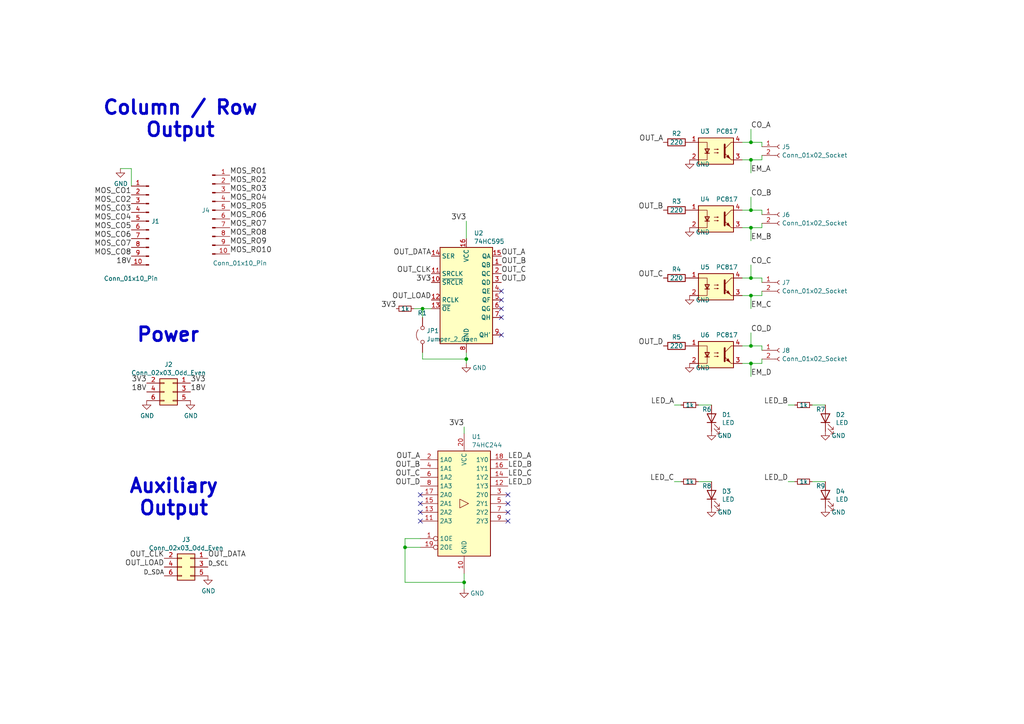
<source format=kicad_sch>
(kicad_sch (version 20231120) (generator "eeschema") (generator_version "8.0")
  (paper "A4")
  (title_block (title "Afterglow 3.0 Modder's Hat") (rev "1.0") (company "bitfield labs"))
  (lib_symbols
    (symbol "74xx:74HC244"
      (property "Reference" "U" (at -7.62 16.51 0))
      (property "Value" "74HC244" (at -7.62 -16.51 0))
      (symbol "74HC244_1_0"
        (polyline (pts (xy 1.27 0) (xy -1.27 1.27) (xy -1.27 -1.27) (xy 1.27 0)) (stroke (width 0.1524)))
        (pin input inverted (at -12.7 -10.16 0) (length 5.08) (name "1OE") (number "1"))
        (pin power_in line (at 0 -20.32 90) (length 5.08) (name "GND") (number "10"))
        (pin input line (at -12.7 -5.08 0) (length 5.08) (name "2A3") (number "11"))
        (pin tri_state line (at 12.7 5.08 180) (length 5.08) (name "1Y3") (number "12"))
        (pin input line (at -12.7 -2.54 0) (length 5.08) (name "2A2") (number "13"))
        (pin tri_state line (at 12.7 7.62 180) (length 5.08) (name "1Y2") (number "14"))
        (pin input line (at -12.7 0 0) (length 5.08) (name "2A1") (number "15"))
        (pin tri_state line (at 12.7 10.16 180) (length 5.08) (name "1Y1") (number "16"))
        (pin input line (at -12.7 2.54 0) (length 5.08) (name "2A0") (number "17"))
        (pin tri_state line (at 12.7 12.7 180) (length 5.08) (name "1Y0") (number "18"))
        (pin input inverted (at -12.7 -12.7 0) (length 5.08) (name "2OE") (number "19"))
        (pin input line (at -12.7 12.7 0) (length 5.08) (name "1A0") (number "2"))
        (pin power_in line (at 0 20.32 270) (length 5.08) (name "VCC") (number "20"))
        (pin tri_state line (at 12.7 2.54 180) (length 5.08) (name "2Y0") (number "3"))
        (pin input line (at -12.7 10.16 0) (length 5.08) (name "1A1") (number "4"))
        (pin tri_state line (at 12.7 0 180) (length 5.08) (name "2Y1") (number "5"))
        (pin input line (at -12.7 7.62 0) (length 5.08) (name "1A2") (number "6"))
        (pin tri_state line (at 12.7 -2.54 180) (length 5.08) (name "2Y2") (number "7"))
        (pin input line (at -12.7 5.08 0) (length 5.08) (name "1A3") (number "8"))
        (pin tri_state line (at 12.7 -5.08 180) (length 5.08) (name "2Y3") (number "9"))
      )
      (symbol "74HC244_1_1"
        (rectangle (start -7.62 15.24) (end 7.62 -15.24) (stroke (width 0.254)) (fill (type background)))
      )
    )
    (symbol "74xx:74HC595"
      (property "Reference" "U" (at -7.62 13.97 0))
      (property "Value" "74HC595" (at -7.62 -16.51 0))
      (symbol "74HC595_1_0"
        (pin tri_state line (at 10.16 7.62 180) (length 2.54) (name "QB") (number "1"))
        (pin input line (at -10.16 2.54 0) (length 2.54) (name "~{SRCLR}") (number "10"))
        (pin input line (at -10.16 5.08 0) (length 2.54) (name "SRCLK") (number "11"))
        (pin input line (at -10.16 -2.54 0) (length 2.54) (name "RCLK") (number "12"))
        (pin input line (at -10.16 -5.08 0) (length 2.54) (name "~{OE}") (number "13"))
        (pin input line (at -10.16 10.16 0) (length 2.54) (name "SER") (number "14"))
        (pin tri_state line (at 10.16 10.16 180) (length 2.54) (name "QA") (number "15"))
        (pin power_in line (at 0 15.24 270) (length 2.54) (name "VCC") (number "16"))
        (pin tri_state line (at 10.16 5.08 180) (length 2.54) (name "QC") (number "2"))
        (pin tri_state line (at 10.16 2.54 180) (length 2.54) (name "QD") (number "3"))
        (pin tri_state line (at 10.16 0 180) (length 2.54) (name "QE") (number "4"))
        (pin tri_state line (at 10.16 -2.54 180) (length 2.54) (name "QF") (number "5"))
        (pin tri_state line (at 10.16 -5.08 180) (length 2.54) (name "QG") (number "6"))
        (pin tri_state line (at 10.16 -7.62 180) (length 2.54) (name "QH") (number "7"))
        (pin power_in line (at 0 -17.78 90) (length 2.54) (name "GND") (number "8"))
        (pin output line (at 10.16 -12.7 180) (length 2.54) (name "QH'") (number "9"))
      )
      (symbol "74HC595_1_1"
        (rectangle (start -7.62 12.7) (end 7.62 -15.24) (stroke (width 0.254)) (fill (type background)))
      )
    )
    (symbol "Connector:Conn_01x02_Socket" (pin_names (offset 1.016) hide)
      (property "Reference" "J" (at 0 2.54 0))
      (property "Value" "Conn_01x02_Socket" (at 0 -5.08 0))
      (symbol "Conn_01x02_Socket_1_1"
        (arc (start 0 -2.032) (mid -0.5058 -2.54) (end 0 -3.048) (stroke (width 0.1524)))
        (polyline (pts (xy -1.27 -2.54) (xy -0.508 -2.54)) (stroke (width 0.1524)))
        (polyline (pts (xy -1.27 0) (xy -0.508 0)) (stroke (width 0.1524)))
        (arc (start 0 0.508) (mid -0.5058 0) (end 0 -0.508) (stroke (width 0.1524)))
        (pin passive line (at -5.08 0 0) (length 3.81) (name "Pin_1") (number "1"))
        (pin passive line (at -5.08 -2.54 0) (length 3.81) (name "Pin_2") (number "2"))
      )
    )
    (symbol "Connector:Conn_01x10_Pin" (pin_names (offset 1.016) hide)
      (property "Reference" "J" (at 0 12.7 0))
      (property "Value" "Conn_01x10_Pin" (at 0 -15.24 0))
      (symbol "Conn_01x10_Pin_1_1"
        (polyline (pts (xy 1.27 -12.7) (xy 0.8636 -12.7)) (stroke (width 0.1524)))
        (polyline (pts (xy 1.27 -10.16) (xy 0.8636 -10.16)) (stroke (width 0.1524)))
        (polyline (pts (xy 1.27 -7.62) (xy 0.8636 -7.62)) (stroke (width 0.1524)))
        (polyline (pts (xy 1.27 -5.08) (xy 0.8636 -5.08)) (stroke (width 0.1524)))
        (polyline (pts (xy 1.27 -2.54) (xy 0.8636 -2.54)) (stroke (width 0.1524)))
        (polyline (pts (xy 1.27 0) (xy 0.8636 0)) (stroke (width 0.1524)))
        (polyline (pts (xy 1.27 2.54) (xy 0.8636 2.54)) (stroke (width 0.1524)))
        (polyline (pts (xy 1.27 5.08) (xy 0.8636 5.08)) (stroke (width 0.1524)))
        (polyline (pts (xy 1.27 7.62) (xy 0.8636 7.62)) (stroke (width 0.1524)))
        (polyline (pts (xy 1.27 10.16) (xy 0.8636 10.16)) (stroke (width 0.1524)))
        (rectangle (start 0.8636 -12.573) (end 0 -12.827) (stroke (width 0.1524)) (fill (type outline)))
        (rectangle (start 0.8636 -10.033) (end 0 -10.287) (stroke (width 0.1524)) (fill (type outline)))
        (rectangle (start 0.8636 -7.493) (end 0 -7.747) (stroke (width 0.1524)) (fill (type outline)))
        (rectangle (start 0.8636 -4.953) (end 0 -5.207) (stroke (width 0.1524)) (fill (type outline)))
        (rectangle (start 0.8636 -2.413) (end 0 -2.667) (stroke (width 0.1524)) (fill (type outline)))
        (rectangle (start 0.8636 0.127) (end 0 -0.127) (stroke (width 0.1524)) (fill (type outline)))
        (rectangle (start 0.8636 2.667) (end 0 2.413) (stroke (width 0.1524)) (fill (type outline)))
        (rectangle (start 0.8636 5.207) (end 0 4.953) (stroke (width 0.1524)) (fill (type outline)))
        (rectangle (start 0.8636 7.747) (end 0 7.493) (stroke (width 0.1524)) (fill (type outline)))
        (rectangle (start 0.8636 10.287) (end 0 10.033) (stroke (width 0.1524)) (fill (type outline)))
        (pin passive line (at 5.08 10.16 180) (length 3.81) (name "Pin_1") (number "1"))
        (pin passive line (at 5.08 -12.7 180) (length 3.81) (name "Pin_10") (number "10"))
        (pin passive line (at 5.08 7.62 180) (length 3.81) (name "Pin_2") (number "2"))
        (pin passive line (at 5.08 5.08 180) (length 3.81) (name "Pin_3") (number "3"))
        (pin passive line (at 5.08 2.54 180) (length 3.81) (name "Pin_4") (number "4"))
        (pin passive line (at 5.08 0 180) (length 3.81) (name "Pin_5") (number "5"))
        (pin passive line (at 5.08 -2.54 180) (length 3.81) (name "Pin_6") (number "6"))
        (pin passive line (at 5.08 -5.08 180) (length 3.81) (name "Pin_7") (number "7"))
        (pin passive line (at 5.08 -7.62 180) (length 3.81) (name "Pin_8") (number "8"))
        (pin passive line (at 5.08 -10.16 180) (length 3.81) (name "Pin_9") (number "9"))
      )
    )
    (symbol "Connector_Generic:Conn_02x03_Odd_Even" (pin_names (offset 1.016) hide)
      (property "Reference" "J" (at 1.27 5.08 0))
      (property "Value" "Conn_02x03_Odd_Even" (at 1.27 -5.08 0))
      (symbol "Conn_02x03_Odd_Even_1_1"
        (rectangle (start -1.27 -2.413) (end 0 -2.667) (stroke (width 0.1524)))
        (rectangle (start -1.27 0.127) (end 0 -0.127) (stroke (width 0.1524)))
        (rectangle (start -1.27 2.667) (end 0 2.413) (stroke (width 0.1524)))
        (rectangle (start -1.27 3.81) (end 3.81 -3.81) (stroke (width 0.254)) (fill (type background)))
        (rectangle (start 3.81 -2.413) (end 2.54 -2.667) (stroke (width 0.1524)))
        (rectangle (start 3.81 0.127) (end 2.54 -0.127) (stroke (width 0.1524)))
        (rectangle (start 3.81 2.667) (end 2.54 2.413) (stroke (width 0.1524)))
        (pin passive line (at -5.08 2.54 0) (length 3.81) (name "Pin_1") (number "1"))
        (pin passive line (at 7.62 2.54 180) (length 3.81) (name "Pin_2") (number "2"))
        (pin passive line (at -5.08 0 0) (length 3.81) (name "Pin_3") (number "3"))
        (pin passive line (at 7.62 0 180) (length 3.81) (name "Pin_4") (number "4"))
        (pin passive line (at -5.08 -2.54 0) (length 3.81) (name "Pin_5") (number "5"))
        (pin passive line (at 7.62 -2.54 180) (length 3.81) (name "Pin_6") (number "6"))
      )
    )
    (symbol "Device:LED" (pin_numbers hide) (pin_names (offset 1.016) hide)
      (property "Reference" "D" (at 0 2.54 0))
      (property "Value" "LED" (at 0 -2.54 0))
      (symbol "LED_0_1"
        (polyline (pts (xy -1.27 -1.27) (xy -1.27 1.27)) (stroke (width 0.254)))
        (polyline (pts (xy -1.27 0) (xy 1.27 0)))
        (polyline (pts (xy 1.27 -1.27) (xy 1.27 1.27) (xy -1.27 0) (xy 1.27 -1.27)) (stroke (width 0.254)))
        (polyline (pts (xy -3.048 -0.762) (xy -4.572 -2.286) (xy -3.81 -2.286) (xy -4.572 -2.286) (xy -4.572 -1.524)))
        (polyline (pts (xy -1.778 -0.762) (xy -3.302 -2.286) (xy -2.54 -2.286) (xy -3.302 -2.286) (xy -3.302 -1.524)))
      )
      (symbol "LED_1_1"
        (pin passive line (at -3.81 0 0) (length 2.54) (name "K") (number "1"))
        (pin passive line (at 3.81 0 180) (length 2.54) (name "A") (number "2"))
      )
    )
    (symbol "Device:R" (pin_numbers hide) (pin_names (offset 0))
      (property "Reference" "R" (at 2.032 0 90))
      (property "Value" "R" (at 0 0 90))
      (symbol "R_0_1"
        (rectangle (start -1.016 -2.54) (end 1.016 2.54) (stroke (width 0.254)))
      )
      (symbol "R_1_1"
        (pin passive line (at 0 3.81 270) (length 1.27) (name "~") (number "1"))
        (pin passive line (at 0 -3.81 90) (length 1.27) (name "~") (number "2"))
      )
    )
    (symbol "Device:R_Small" (pin_numbers hide) (pin_names (offset 0.254) hide)
      (property "Reference" "R" (at 0.762 0.508 0))
      (property "Value" "R_Small" (at 0.762 -1.016 0))
      (symbol "R_Small_0_1"
        (rectangle (start -0.762 1.778) (end 0.762 -1.778) (stroke (width 0.2032)))
      )
      (symbol "R_Small_1_1"
        (pin passive line (at 0 2.54 270) (length 0.762) (name "~") (number "1"))
        (pin passive line (at 0 -2.54 90) (length 0.762) (name "~") (number "2"))
      )
    )
    (symbol "Isolator:PC817" (pin_names (offset 1.016))
      (property "Reference" "U" (at -5.08 5.08 0))
      (property "Value" "PC817" (at 0 5.08 0))
      (symbol "PC817_0_1"
        (rectangle (start -5.08 3.81) (end 5.08 -3.81) (stroke (width 0.254)) (fill (type background)))
        (polyline (pts (xy -3.175 -0.635) (xy -1.905 -0.635)) (stroke (width 0.254)))
        (polyline (pts (xy 2.54 0.635) (xy 4.445 2.54)))
        (polyline (pts (xy 4.445 -2.54) (xy 2.54 -0.635)) (fill (type outline)))
        (polyline (pts (xy 4.445 -2.54) (xy 5.08 -2.54)))
        (polyline (pts (xy 4.445 2.54) (xy 5.08 2.54)))
        (polyline (pts (xy -5.08 2.54) (xy -2.54 2.54) (xy -2.54 -0.635)))
        (polyline (pts (xy -2.54 -0.635) (xy -2.54 -2.54) (xy -5.08 -2.54)))
        (polyline (pts (xy 2.54 1.905) (xy 2.54 -1.905) (xy 2.54 -1.905)) (stroke (width 0.508)))
        (polyline (pts (xy -2.54 -0.635) (xy -3.175 0.635) (xy -1.905 0.635) (xy -2.54 -0.635)) (stroke (width 0.254)))
        (polyline (pts (xy -0.508 -0.508) (xy 0.762 -0.508) (xy 0.381 -0.635) (xy 0.381 -0.381) (xy 0.762 -0.508)))
        (polyline (pts (xy -0.508 0.508) (xy 0.762 0.508) (xy 0.381 0.381) (xy 0.381 0.635) (xy 0.762 0.508)))
        (polyline (pts (xy 3.048 -1.651) (xy 3.556 -1.143) (xy 4.064 -2.159) (xy 3.048 -1.651) (xy 3.048 -1.651)) (fill (type outline)))
      )
      (symbol "PC817_1_1"
        (pin passive line (at -7.62 2.54 0) (length 2.54) (name "~") (number "1"))
        (pin passive line (at -7.62 -2.54 0) (length 2.54) (name "~") (number "2"))
        (pin passive line (at 7.62 -2.54 180) (length 2.54) (name "~") (number "3"))
        (pin passive line (at 7.62 2.54 180) (length 2.54) (name "~") (number "4"))
      )
    )
    (symbol "Jumper:Jumper_2_Open" (pin_numbers hide) (pin_names (offset 0) hide) (exclude_from_sim yes)
      (property "Reference" "JP" (at 0 2.794 0))
      (property "Value" "Jumper_2_Open" (at 0 -2.286 0))
      (symbol "Jumper_2_Open_0_0"
        (circle (center -2.032 0) (radius 0.508))
        (circle (center 2.032 0) (radius 0.508))
      )
      (symbol "Jumper_2_Open_0_1"
        (arc (start 1.524 1.27) (mid 0 1.778) (end -1.524 1.27))
      )
      (symbol "Jumper_2_Open_1_1"
        (pin passive line (at -5.08 0 0) (length 2.54) (name "A") (number "1"))
        (pin passive line (at 5.08 0 180) (length 2.54) (name "B") (number "2"))
      )
    )
    (symbol "power:GND" (power) (pin_names (offset 0))
      (property "Value" "GND" (at 0 -3.81 0))
      (symbol "GND_0_1"
        (polyline (pts (xy 0 0) (xy 0 -1.27) (xy 1.27 -1.27) (xy 0 -2.54) (xy -1.27 -1.27) (xy 0 -1.27)))
      )
      (symbol "GND_1_1"
        (pin power_in line (at 0 0 270) (length 0) hide (name "GND") (number "1"))
      )
    )
  )
  (junction (at 217.805 80.645))
  (junction (at 217.805 60.96))
  (junction (at 135.255 104.14))
  (junction (at 134.62 168.91))
  (junction (at 217.805 41.275))
  (junction (at 217.805 105.41))
  (junction (at 217.805 100.33))
  (junction (at 122.555 89.535))
  (junction (at 217.805 66.04))
  (junction (at 117.475 158.75))
  (junction (at 217.805 85.725))
  (junction (at 217.805 46.355))
  (no_connect (at 121.92 146.05))
  (no_connect (at 145.415 97.155))
  (no_connect (at 147.32 148.59))
  (no_connect (at 145.415 92.075))
  (no_connect (at 147.32 146.05))
  (no_connect (at 145.415 84.455))
  (no_connect (at 147.32 151.13))
  (no_connect (at 145.415 86.995))
  (no_connect (at 121.92 151.13))
  (no_connect (at 121.92 148.59))
  (no_connect (at 121.92 143.51))
  (no_connect (at 147.32 143.51))
  (no_connect (at 145.415 89.535))
  (wire (pts (xy 215.265 60.96) (xy 217.805 60.96)))
  (wire (pts (xy 217.805 46.355) (xy 220.98 46.355)))
  (wire (pts (xy 134.62 168.91) (xy 134.62 166.37)))
  (wire (pts (xy 217.805 60.96) (xy 220.98 60.96)))
  (wire (pts (xy 217.805 100.33) (xy 220.98 100.33)))
  (wire (pts (xy 217.805 66.04) (xy 220.98 66.04)))
  (wire (pts (xy 217.805 96.52) (xy 217.805 100.33)))
  (wire (pts (xy 217.805 85.725) (xy 217.805 89.535)))
  (wire (pts (xy 195.58 117.475) (xy 197.485 117.475)))
  (wire (pts (xy 195.58 139.7) (xy 197.485 139.7)))
  (wire (pts (xy 217.805 57.15) (xy 217.805 60.96)))
  (wire (pts (xy 38.1 48.895) (xy 34.925 48.895)))
  (wire (pts (xy 220.98 45.085) (xy 220.98 46.355)))
  (wire (pts (xy 38.1 53.975) (xy 38.1 48.895)))
  (wire (pts (xy 217.805 66.04) (xy 217.805 69.85)))
  (wire (pts (xy 217.805 80.645) (xy 220.98 80.645)))
  (wire (pts (xy 217.805 37.465) (xy 217.805 41.275)))
  (wire (pts (xy 215.265 41.275) (xy 217.805 41.275)))
  (wire (pts (xy 120.015 89.535) (xy 122.555 89.535)))
  (wire (pts (xy 220.98 80.645) (xy 220.98 81.915)))
  (wire (pts (xy 215.265 66.04) (xy 217.805 66.04)))
  (wire (pts (xy 217.805 105.41) (xy 217.805 109.22)))
  (wire (pts (xy 220.98 100.33) (xy 220.98 101.6)))
  (wire (pts (xy 202.565 139.7) (xy 206.375 139.7)))
  (wire (pts (xy 220.98 84.455) (xy 220.98 85.725)))
  (wire (pts (xy 217.805 46.355) (xy 217.805 50.165)))
  (wire (pts (xy 217.805 85.725) (xy 220.98 85.725)))
  (wire (pts (xy 117.475 168.91) (xy 134.62 168.91)))
  (wire (pts (xy 134.62 168.91) (xy 134.62 170.815)))
  (wire (pts (xy 122.555 102.235) (xy 122.555 104.14)))
  (wire (pts (xy 202.565 117.475) (xy 206.375 117.475)))
  (wire (pts (xy 235.585 117.475) (xy 239.395 117.475)))
  (wire (pts (xy 217.805 76.835) (xy 217.805 80.645)))
  (wire (pts (xy 121.92 156.21) (xy 117.475 156.21)))
  (wire (pts (xy 217.805 41.275) (xy 220.98 41.275)))
  (wire (pts (xy 135.255 104.14) (xy 135.255 105.41)))
  (wire (pts (xy 135.255 102.235) (xy 135.255 104.14)))
  (wire (pts (xy 122.555 89.535) (xy 122.555 92.075)))
  (wire (pts (xy 220.98 41.275) (xy 220.98 42.545)))
  (wire (pts (xy 135.255 104.14) (xy 122.555 104.14)))
  (wire (pts (xy 134.62 123.825) (xy 134.62 125.73)))
  (wire (pts (xy 215.265 85.725) (xy 217.805 85.725)))
  (wire (pts (xy 122.555 89.535) (xy 125.095 89.535)))
  (wire (pts (xy 135.255 64.135) (xy 135.255 69.215)))
  (wire (pts (xy 117.475 158.75) (xy 121.92 158.75)))
  (wire (pts (xy 215.265 80.645) (xy 217.805 80.645)))
  (wire (pts (xy 217.805 105.41) (xy 220.98 105.41)))
  (wire (pts (xy 228.6 117.475) (xy 230.505 117.475)))
  (wire (pts (xy 220.98 64.77) (xy 220.98 66.04)))
  (wire (pts (xy 215.265 105.41) (xy 217.805 105.41)))
  (wire (pts (xy 215.265 46.355) (xy 217.805 46.355)))
  (wire (pts (xy 235.585 139.7) (xy 239.395 139.7)))
  (wire (pts (xy 220.98 104.14) (xy 220.98 105.41)))
  (wire (pts (xy 117.475 156.21) (xy 117.475 158.75)))
  (wire (pts (xy 117.475 158.75) (xy 117.475 168.91)))
  (wire (pts (xy 228.6 139.7) (xy 230.505 139.7)))
  (wire (pts (xy 220.98 60.96) (xy 220.98 62.23)))
  (wire (pts (xy 215.265 100.33) (xy 217.805 100.33)))
  (text "Auxiliary\nOutput" (at 50.419 149.86 0) (effects (font (size 4 4) (thickness 0.8) (bold yes)) (justify bottom)))
  (text "Column / Row\nOutput" (at 52.324 40.132 0) (effects (font (size 4 4) (thickness 0.8) (bold yes)) (justify bottom)))
  (text "Power" (at 48.768 99.568 0) (effects (font (size 4 4) (thickness 0.8) (bold yes)) (justify bottom)))
  (label "EM_B" (at 217.805 69.85 0) (effects (font (size 1.524 1.524))))
  (label "MOS_CO4" (at 38.1 64.135 180) (effects (font (size 1.524 1.524))))
  (label "EM_C" (at 217.805 89.535 0) (effects (font (size 1.524 1.524))))
  (label "3V3" (at 125.095 81.915 180) (effects (font (size 1.524 1.524))))
  (label "MOS_RO2" (at 66.675 53.34 0) (effects (font (size 1.524 1.524))))
  (label "LED_A" (at 195.58 117.475 180) (effects (font (size 1.524 1.524))))
  (label "LED_D" (at 228.6 139.7 180) (effects (font (size 1.524 1.524))))
  (label "OUT_D" (at 121.92 140.97 180) (effects (font (size 1.524 1.524))))
  (label "MOS_RO7" (at 66.675 66.04 0) (effects (font (size 1.524 1.524))))
  (label "LED_D" (at 147.32 140.97 0) (effects (font (size 1.524 1.524))))
  (label "OUT_CLK" (at 47.625 161.925 180) (effects (font (size 1.524 1.524))))
  (label "OUT_C" (at 145.415 79.375 0) (effects (font (size 1.524 1.524))))
  (label "CO_A" (at 217.805 37.465 0) (effects (font (size 1.524 1.524))))
  (label "OUT_C" (at 121.92 138.43 180) (effects (font (size 1.524 1.524))))
  (label "3V3" (at 135.255 64.135 180) (effects (font (size 1.524 1.524))))
  (label "MOS_CO8" (at 38.1 74.295 180) (effects (font (size 1.524 1.524))))
  (label "OUT_DATA" (at 60.325 161.925 0) (effects (font (size 1.524 1.524))))
  (label "CO_D" (at 217.805 96.52 0) (effects (font (size 1.524 1.524))))
  (label "3V3" (at 114.935 89.535 180) (effects (font (size 1.524 1.524))))
  (label "MOS_CO5" (at 38.1 66.675 180) (effects (font (size 1.524 1.524))))
  (label "MOS_RO10" (at 66.675 73.66 0) (effects (font (size 1.524 1.524))))
  (label "OUT_A" (at 121.92 133.35 180) (effects (font (size 1.524 1.524))))
  (label "MOS_CO7" (at 38.1 71.755 180) (effects (font (size 1.524 1.524))))
  (label "OUT_LOAD" (at 125.095 86.995 180) (effects (font (size 1.524 1.524))))
  (label "MOS_RO6" (at 66.675 63.5 0) (effects (font (size 1.524 1.524))))
  (label "MOS_RO3" (at 66.675 55.88 0) (effects (font (size 1.524 1.524))))
  (label "MOS_RO4" (at 66.675 58.42 0) (effects (font (size 1.524 1.524))))
  (label "LED_B" (at 228.6 117.475 180) (effects (font (size 1.524 1.524))))
  (label "OUT_DATA" (at 125.095 74.295 180) (effects (font (size 1.524 1.524))))
  (label "LED_B" (at 147.32 135.89 0) (effects (font (size 1.524 1.524))))
  (label "MOS_CO2" (at 38.1 59.055 180) (effects (font (size 1.524 1.524))))
  (label "D_SCL" (at 60.325 164.465 0))
  (label "MOS_CO1" (at 38.1 56.515 180) (effects (font (size 1.524 1.524))))
  (label "D_SDA" (at 47.625 167.005 180))
  (label "CO_C" (at 217.805 76.835 0) (effects (font (size 1.524 1.524))))
  (label "OUT_B" (at 145.415 76.835 0) (effects (font (size 1.524 1.524))))
  (label "OUT_CLK" (at 125.095 79.375 180) (effects (font (size 1.524 1.524))))
  (label "MOS_RO5" (at 66.675 60.96 0) (effects (font (size 1.524 1.524))))
  (label "OUT_LOAD" (at 47.625 164.465 180) (effects (font (size 1.524 1.524))))
  (label "EM_D" (at 217.805 109.22 0) (effects (font (size 1.524 1.524))))
  (label "CO_B" (at 217.805 57.15 0) (effects (font (size 1.524 1.524))))
  (label "18V" (at 42.545 113.665 180) (effects (font (size 1.524 1.524))))
  (label "OUT_D" (at 192.405 100.33 180) (effects (font (size 1.524 1.524))))
  (label "MOS_RO1" (at 66.675 50.8 0) (effects (font (size 1.524 1.524))))
  (label "LED_A" (at 147.32 133.35 0) (effects (font (size 1.524 1.524))))
  (label "MOS_CO3" (at 38.1 61.595 180) (effects (font (size 1.524 1.524))))
  (label "LED_C" (at 195.58 139.7 180) (effects (font (size 1.524 1.524))))
  (label "OUT_A" (at 192.405 41.275 180) (effects (font (size 1.524 1.524))))
  (label "3V3" (at 134.62 123.825 180) (effects (font (size 1.524 1.524))))
  (label "MOS_RO8" (at 66.675 68.58 0) (effects (font (size 1.524 1.524))))
  (label "OUT_C" (at 192.405 80.645 180) (effects (font (size 1.524 1.524))))
  (label "MOS_CO6" (at 38.1 69.215 180) (effects (font (size 1.524 1.524))))
  (label "3V3" (at 42.545 111.125 180) (effects (font (size 1.524 1.524))))
  (label "OUT_B" (at 192.405 60.96 180) (effects (font (size 1.524 1.524))))
  (label "MOS_RO9" (at 66.675 71.12 0) (effects (font (size 1.524 1.524))))
  (label "OUT_A" (at 145.415 74.295 0) (effects (font (size 1.524 1.524))))
  (label "LED_C" (at 147.32 138.43 0) (effects (font (size 1.524 1.524))))
  (label "18V" (at 55.245 113.665 0) (effects (font (size 1.524 1.524))))
  (label "EM_A" (at 217.805 50.165 0) (effects (font (size 1.524 1.524))))
  (label "18V" (at 38.1 76.835 180) (effects (font (size 1.524 1.524))))
  (label "OUT_B" (at 121.92 135.89 180) (effects (font (size 1.524 1.524))))
  (label "OUT_D" (at 145.415 81.915 0) (effects (font (size 1.524 1.524))))
  (label "3V3" (at 55.245 111.125 0) (effects (font (size 1.524 1.524))))
  (symbol (lib_id "power:GND") (at 200.025 66.04 0) (unit 1)
    (property "Reference" "#PWR012" (effects (hide yes)))
    (property "Value" "GND" (at 203.835 67.31 0))
  )
  (symbol (lib_id "Device:R") (at 196.215 100.33 270) (unit 1)
    (property "Reference" "R5" (at 196.215 97.79 90))
    (property "Value" "220" (at 196.215 100.33 90))
    (property "Footprint" "Resistor_SMD:R_0805_2012Metric" (effects (hide yes)))
    (property "JLCPCB" "C17557" (effects (hide yes)))
  )
  (symbol (lib_id "Device:LED") (at 239.395 143.51 90) (unit 1)
    (property "Reference" "D4" (at 242.3922 142.5194 90) (effects (justify right)))
    (property "Value" "LED" (at 242.3922 144.8308 90) (effects (justify right)))
    (property "Footprint" "LED_SMD:LED_0805_2012Metric" (effects (hide yes)))
    (property "JLCPCB" "C2296" (effects (hide yes)))
  )
  (symbol (lib_id "Connector:Conn_01x02_Socket") (at 226.06 62.23 0) (unit 1)
    (property "Reference" "J6" (at 226.7712 62.2878 0) (effects (justify left)))
    (property "Value" "Conn_01x02_Socket" (at 226.7712 64.7121 0) (effects (justify left)))
    (property "Footprint" "TerminalBlock_Phoenix:TerminalBlock_Phoenix_MKDS-1,5-2-5.08_1x02_P5.08mm_Horizontal" (effects (hide yes)))
    (property "Description" "Generic connector, single row, 01x02, script generated" (effects (hide yes)))
  )
  (symbol (lib_id "74xx:74HC244") (at 134.62 146.05 0) (unit 1)
    (property "Reference" "U1" (at 136.8141 126.6655 0) (effects (justify left)))
    (property "Value" "74HC244" (at 136.8141 129.0898 0) (effects (justify left)))
    (property "Footprint" "Package_SO:TSSOP-20_4.4x6.5mm_P0.65mm" (effects (hide yes)))
    (property "Datasheet" "https://assets.nexperia.com/documents/data-sheet/74HC_HCT244.pdf" (effects (hide yes)))
    (property "Description" "8-bit Buffer/Line Driver 3-state" (effects (hide yes)))
    (property "JLCPCB" "C6835" (effects (hide yes)))
  )
  (symbol (lib_id "power:GND") (at 206.375 147.32 0) (unit 1)
    (property "Reference" "#PWR08" (effects (hide yes)))
    (property "Value" "GND" (at 210.185 148.59 0))
  )
  (symbol (lib_id "power:GND") (at 200.025 105.41 0) (unit 1)
    (property "Reference" "#PWR014" (effects (hide yes)))
    (property "Value" "GND" (at 203.835 106.68 0))
  )
  (symbol (lib_id "Device:LED") (at 206.375 143.51 90) (unit 1)
    (property "Reference" "D3" (at 209.3722 142.5194 90) (effects (justify right)))
    (property "Value" "LED" (at 209.3722 144.8308 90) (effects (justify right)))
    (property "Footprint" "LED_SMD:LED_0805_2012Metric" (effects (hide yes)))
    (property "JLCPCB" "C2296" (effects (hide yes)))
  )
  (symbol (lib_id "power:GND") (at 42.545 116.205 0) (unit 1)
    (property "Reference" "#PWR02" (effects (hide yes)))
    (property "Value" "GND" (at 42.672 120.5992 0))
  )
  (symbol (lib_id "74xx:74HC595") (at 135.255 84.455 0) (unit 1)
    (property "Reference" "U2" (at 137.4491 67.6105 0) (effects (justify left)))
    (property "Value" "74HC595" (at 137.4491 70.0348 0) (effects (justify left)))
    (property "Footprint" "Package_SO:SO-16_3.9x9.9mm_P1.27mm" (effects (hide yes)))
    (property "Datasheet" "http://www.ti.com/lit/ds/symlink/sn74hc595.pdf" (effects (hide yes)))
    (property "Description" "8-bit serial in/out Shift Register 3-State Outputs" (effects (hide yes)))
    (property "JLCPCB" "C5947" (effects (hide yes)))
  )
  (symbol (lib_id "power:GND") (at 239.395 147.32 0) (unit 1)
    (property "Reference" "#PWR010" (effects (hide yes)))
    (property "Value" "GND" (at 243.205 148.59 0))
  )
  (symbol (lib_id "Device:R_Small") (at 233.045 139.7 270) (unit 1)
    (property "Reference" "R9" (at 239.395 140.97 90) (effects (justify right)))
    (property "Value" "1k" (at 234.315 139.7 90) (effects (justify right)))
    (property "Footprint" "Resistor_SMD:R_0805_2012Metric" (effects (hide yes)))
    (property "JLCPCB" "C17513" (effects (hide yes)))
  )
  (symbol (lib_id "Isolator:PC817") (at 207.645 43.815 0) (unit 1)
    (property "Reference" "U3" (at 204.47 38.1 0))
    (property "Value" "PC817" (at 210.82 38.1 0))
    (property "Footprint" "Package_DIP:SMDIP-4_W9.53mm" (effects (hide yes)))
    (property "Datasheet" "http://www.soselectronic.cz/a_info/resource/d/pc817.pdf" (effects (hide yes)))
    (property "JLCPCB" "C3025164" (effects (hide yes)))
  )
  (symbol (lib_id "power:GND") (at 55.245 116.205 0) (unit 1)
    (property "Reference" "#PWR03" (effects (hide yes)))
    (property "Value" "GND" (at 55.372 120.5992 0))
  )
  (symbol (lib_id "Connector:Conn_01x10_Pin") (at 43.18 64.135 0) (mirror y) (unit 1)
    (property "Reference" "J1" (at 43.8912 64.1929 0) (effects (justify right)))
    (property "Value" "Conn_01x10_Pin" (at 30.099 80.772 0) (effects (justify right)))
    (property "Footprint" "Connector_PinHeader_2.54mm:PinHeader_1x10_P2.54mm_Vertical" (effects (hide yes)))
  )
  (symbol (lib_id "power:GND") (at 34.925 48.895 0) (unit 1)
    (property "Reference" "#PWR01" (effects (hide yes)))
    (property "Value" "GND" (at 35.052 53.2892 0))
  )
  (symbol (lib_id "Isolator:PC817") (at 207.645 83.185 0) (unit 1)
    (property "Reference" "U5" (at 204.47 77.47 0))
    (property "Value" "PC817" (at 210.82 77.47 0))
    (property "Footprint" "Package_DIP:SMDIP-4_W9.53mm" (effects (hide yes)))
    (property "Datasheet" "http://www.soselectronic.cz/a_info/resource/d/pc817.pdf" (effects (hide yes)))
    (property "JLCPCB" "C3025164" (effects (hide yes)))
  )
  (symbol (lib_id "Device:R_Small") (at 200.025 117.475 270) (unit 1)
    (property "Reference" "R6" (at 206.375 118.745 90) (effects (justify right)))
    (property "Value" "1k" (at 201.295 117.475 90) (effects (justify right)))
    (property "Footprint" "Resistor_SMD:R_0805_2012Metric" (effects (hide yes)))
    (property "JLCPCB" "C17513" (effects (hide yes)))
  )
  (symbol (lib_id "Device:R_Small") (at 200.025 139.7 270) (unit 1)
    (property "Reference" "R8" (at 206.375 140.97 90) (effects (justify right)))
    (property "Value" "1k" (at 201.295 139.7 90) (effects (justify right)))
    (property "Footprint" "Resistor_SMD:R_0805_2012Metric" (effects (hide yes)))
    (property "JLCPCB" "C17513" (effects (hide yes)))
  )
  (symbol (lib_id "Jumper:Jumper_2_Open") (at 122.555 97.155 90) (unit 1) (exclude_from_sim yes)
    (property "Reference" "JP1" (at 123.698 95.9428 90) (effects (justify right)))
    (property "Value" "Jumper_2_Open" (at 123.698 98.3671 90) (effects (justify right)))
    (property "Footprint" "Connector_PinHeader_2.54mm:PinHeader_1x02_P2.54mm_Vertical" (effects (hide yes)))
    (property "Description" "Jumper, 2-pole, open" (effects (hide yes)))
  )
  (symbol (lib_id "Isolator:PC817") (at 207.645 102.87 0) (unit 1)
    (property "Reference" "U6" (at 204.47 97.155 0))
    (property "Value" "PC817" (at 210.82 97.155 0))
    (property "Footprint" "Package_DIP:SMDIP-4_W9.53mm" (effects (hide yes)))
    (property "Datasheet" "http://www.soselectronic.cz/a_info/resource/d/pc817.pdf" (effects (hide yes)))
    (property "JLCPCB" "C3025164" (effects (hide yes)))
  )
  (symbol (lib_id "power:GND") (at 134.62 170.815 0) (unit 1)
    (property "Reference" "#PWR05" (effects (hide yes)))
    (property "Value" "GND" (at 138.43 172.085 0))
  )
  (symbol (lib_id "Device:R") (at 196.215 60.96 270) (unit 1)
    (property "Reference" "R3" (at 196.215 58.42 90))
    (property "Value" "220" (at 196.215 60.96 90))
    (property "Footprint" "Resistor_SMD:R_0805_2012Metric" (effects (hide yes)))
    (property "JLCPCB" "C17557" (effects (hide yes)))
  )
  (symbol (lib_id "Connector:Conn_01x02_Socket") (at 226.06 42.545 0) (unit 1)
    (property "Reference" "J5" (at 226.7712 42.6028 0) (effects (justify left)))
    (property "Value" "Conn_01x02_Socket" (at 226.7712 45.0271 0) (effects (justify left)))
    (property "Footprint" "TerminalBlock_Phoenix:TerminalBlock_Phoenix_MKDS-1,5-2-5.08_1x02_P5.08mm_Horizontal" (effects (hide yes)))
    (property "Description" "Generic connector, single row, 01x02, script generated" (effects (hide yes)))
  )
  (symbol (lib_id "Connector:Conn_01x02_Socket") (at 226.06 81.915 0) (unit 1)
    (property "Reference" "J7" (at 226.7712 81.9728 0) (effects (justify left)))
    (property "Value" "Conn_01x02_Socket" (at 226.7712 84.3971 0) (effects (justify left)))
    (property "Footprint" "TerminalBlock_Phoenix:TerminalBlock_Phoenix_MKDS-1,5-2-5.08_1x02_P5.08mm_Horizontal" (effects (hide yes)))
    (property "Description" "Generic connector, single row, 01x02, script generated" (effects (hide yes)))
  )
  (symbol (lib_id "power:GND") (at 206.375 125.095 0) (unit 1)
    (property "Reference" "#PWR07" (effects (hide yes)))
    (property "Value" "GND" (at 210.185 126.365 0))
  )
  (symbol (lib_id "Device:R_Small") (at 233.045 117.475 270) (unit 1)
    (property "Reference" "R7" (at 239.395 118.745 90) (effects (justify right)))
    (property "Value" "1k" (at 234.315 117.475 90) (effects (justify right)))
    (property "Footprint" "Resistor_SMD:R_0805_2012Metric" (effects (hide yes)))
    (property "JLCPCB" "C17513" (effects (hide yes)))
  )
  (symbol (lib_id "power:GND") (at 135.255 105.41 0) (unit 1)
    (property "Reference" "#PWR06" (effects (hide yes)))
    (property "Value" "GND" (at 139.065 106.68 0))
  )
  (symbol (lib_id "Connector_Generic:Conn_02x03_Odd_Even") (at 55.245 164.465 0) (mirror y) (unit 1)
    (property "Reference" "J3" (at 53.975 156.5107 0))
    (property "Value" "Conn_02x03_Odd_Even" (at 53.975 158.9349 0))
    (property "Footprint" "Connector_PinHeader_2.54mm:PinHeader_2x03_P2.54mm_Vertical" (effects (hide yes)))
    (property "JLCPCB" "C92272" (effects (hide yes)))
  )
  (symbol (lib_id "Device:R_Small") (at 117.475 89.535 270) (unit 1)
    (property "Reference" "R1" (at 123.825 90.805 90) (effects (justify right)))
    (property "Value" "1k" (at 118.745 89.535 90) (effects (justify right)))
    (property "Footprint" "Resistor_SMD:R_0805_2012Metric" (effects (hide yes)))
    (property "JLCPCB" "C17513" (effects (hide yes)))
  )
  (symbol (lib_id "Connector:Conn_01x10_Pin") (at 61.595 60.96 0) (unit 1)
    (property "Reference" "J4" (at 60.8838 61.0179 0) (effects (justify right)))
    (property "Value" "Conn_01x10_Pin" (at 77.47 76.327 0) (effects (justify right)))
    (property "Footprint" "Connector_PinHeader_2.54mm:PinHeader_1x10_P2.54mm_Vertical" (effects (hide yes)))
  )
  (symbol (lib_id "power:GND") (at 200.025 46.355 0) (unit 1)
    (property "Reference" "#PWR011" (effects (hide yes)))
    (property "Value" "GND" (at 203.835 47.625 0))
  )
  (symbol (lib_id "Connector_Generic:Conn_02x03_Odd_Even") (at 50.165 113.665 0) (mirror y) (unit 1)
    (property "Reference" "J2" (at 48.895 105.7107 0))
    (property "Value" "Conn_02x03_Odd_Even" (at 48.895 108.1349 0))
    (property "Footprint" "Connector_PinHeader_2.54mm:PinHeader_2x03_P2.54mm_Vertical" (effects (hide yes)))
    (property "JLCPCB" "C92272" (effects (hide yes)))
  )
  (symbol (lib_id "power:GND") (at 239.395 125.095 0) (unit 1)
    (property "Reference" "#PWR09" (effects (hide yes)))
    (property "Value" "GND" (at 243.205 126.365 0))
  )
  (symbol (lib_id "power:GND") (at 200.025 85.725 0) (unit 1)
    (property "Reference" "#PWR013" (effects (hide yes)))
    (property "Value" "GND" (at 203.835 86.995 0))
  )
  (symbol (lib_id "power:GND") (at 60.325 167.005 0) (unit 1)
    (property "Reference" "#PWR04" (effects (hide yes)))
    (property "Value" "GND" (at 60.452 171.3992 0))
  )
  (symbol (lib_id "Device:LED") (at 206.375 121.285 90) (unit 1)
    (property "Reference" "D1" (at 209.3722 120.2944 90) (effects (justify right)))
    (property "Value" "LED" (at 209.3722 122.6058 90) (effects (justify right)))
    (property "Footprint" "LED_SMD:LED_0805_2012Metric" (effects (hide yes)))
    (property "JLCPCB" "C2296" (effects (hide yes)))
  )
  (symbol (lib_id "Device:R") (at 196.215 41.275 270) (unit 1)
    (property "Reference" "R2" (at 196.215 38.735 90))
    (property "Value" "220" (at 196.215 41.275 90))
    (property "Footprint" "Resistor_SMD:R_0805_2012Metric" (effects (hide yes)))
    (property "JLCPCB" "C17557" (effects (hide yes)))
  )
  (symbol (lib_id "Device:LED") (at 239.395 121.285 90) (unit 1)
    (property "Reference" "D2" (at 242.3922 120.2944 90) (effects (justify right)))
    (property "Value" "LED" (at 242.3922 122.6058 90) (effects (justify right)))
    (property "Footprint" "LED_SMD:LED_0805_2012Metric" (effects (hide yes)))
    (property "JLCPCB" "C2296" (effects (hide yes)))
  )
  (symbol (lib_id "Device:R") (at 196.215 80.645 270) (unit 1)
    (property "Reference" "R4" (at 196.215 78.105 90))
    (property "Value" "220" (at 196.215 80.645 90))
    (property "Footprint" "Resistor_SMD:R_0805_2012Metric" (effects (hide yes)))
    (property "JLCPCB" "C17557" (effects (hide yes)))
  )
  (symbol (lib_id "Isolator:PC817") (at 207.645 63.5 0) (unit 1)
    (property "Reference" "U4" (at 204.47 57.785 0))
    (property "Value" "PC817" (at 210.82 57.785 0))
    (property "Footprint" "Package_DIP:SMDIP-4_W9.53mm" (effects (hide yes)))
    (property "Datasheet" "http://www.soselectronic.cz/a_info/resource/d/pc817.pdf" (effects (hide yes)))
    (property "JLCPCB" "C3025164" (effects (hide yes)))
  )
  (symbol (lib_id "Connector:Conn_01x02_Socket") (at 226.06 101.6 0) (unit 1)
    (property "Reference" "J8" (at 226.7712 101.6578 0) (effects (justify left)))
    (property "Value" "Conn_01x02_Socket" (at 226.7712 104.0821 0) (effects (justify left)))
    (property "Footprint" "TerminalBlock_Phoenix:TerminalBlock_Phoenix_MKDS-1,5-2-5.08_1x02_P5.08mm_Horizontal" (effects (hide yes)))
    (property "Description" "Generic connector, single row, 01x02, script generated" (effects (hide yes)))
  )
)
</source>
